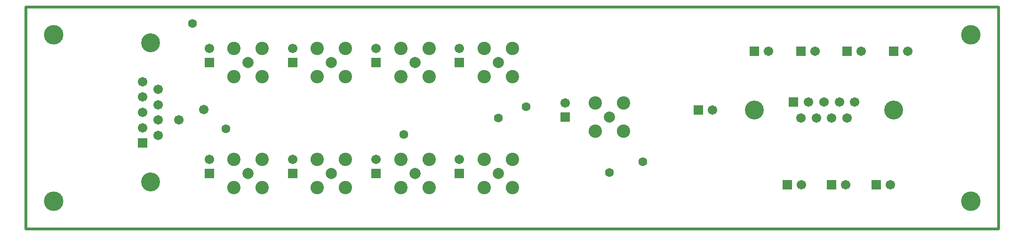
<source format=gts>
G04*
G04 #@! TF.GenerationSoftware,Altium Limited,Altium Designer,21.7.1 (17)*
G04*
G04 Layer_Color=8388736*
%FSLAX25Y25*%
%MOIN*%
G70*
G04*
G04 #@! TF.SameCoordinates,5A6BF6B2-75EA-49F6-9102-A494C9BE1907*
G04*
G04*
G04 #@! TF.FilePolarity,Negative*
G04*
G01*
G75*
%ADD11C,0.01968*%
%ADD15R,0.06706X0.06706*%
%ADD16C,0.06706*%
%ADD17C,0.13398*%
%ADD18R,0.06706X0.06706*%
%ADD19C,0.13800*%
%ADD20C,0.07887*%
%ADD21C,0.09461*%
%ADD22C,0.06312*%
D11*
X0Y-157480D02*
X688976Y-157480D01*
X0Y0D02*
X688976Y0D01*
X0Y-157480D02*
Y0D01*
X688976D02*
X688976Y-157480D01*
D15*
X539370Y-125984D02*
D03*
X602362D02*
D03*
X570866D02*
D03*
X614606Y-31496D02*
D03*
X581771D02*
D03*
X549055D02*
D03*
X516220D02*
D03*
X476378Y-73149D02*
D03*
X543602Y-67559D02*
D03*
D16*
X549370Y-125984D02*
D03*
X612362D02*
D03*
X580866D02*
D03*
X624606Y-31496D02*
D03*
X591771D02*
D03*
X559055D02*
D03*
X526220D02*
D03*
X486378Y-73149D02*
D03*
X554508Y-67559D02*
D03*
X565413D02*
D03*
X576319D02*
D03*
X587224D02*
D03*
X549055Y-78740D02*
D03*
X559960D02*
D03*
X570866D02*
D03*
X581771D02*
D03*
X82677Y-85708D02*
D03*
Y-74803D02*
D03*
Y-63897D02*
D03*
Y-52992D02*
D03*
X93858Y-91161D02*
D03*
Y-80256D02*
D03*
Y-69350D02*
D03*
Y-58445D02*
D03*
X307087Y-108110D02*
D03*
X248031D02*
D03*
X248031Y-29370D02*
D03*
X307087D02*
D03*
X129921Y-108110D02*
D03*
X188976D02*
D03*
X381945Y-68178D02*
D03*
X129921Y-29370D02*
D03*
X188976D02*
D03*
X125984Y-72835D02*
D03*
X108520Y-80256D02*
D03*
D17*
X516220Y-73149D02*
D03*
X614606D02*
D03*
X88267Y-123996D02*
D03*
Y-25610D02*
D03*
D18*
X82677Y-96614D02*
D03*
X307087Y-118110D02*
D03*
X248031D02*
D03*
X248031Y-39370D02*
D03*
X307087D02*
D03*
X129921Y-118110D02*
D03*
X188976D02*
D03*
X381945Y-78178D02*
D03*
X129921Y-39370D02*
D03*
X188976D02*
D03*
D19*
X669291Y-137795D02*
D03*
Y-19685D02*
D03*
X19685Y-137795D02*
D03*
Y-19685D02*
D03*
D20*
X216535Y-39370D02*
D03*
X413441Y-78178D02*
D03*
X275590Y-39370D02*
D03*
X334646D02*
D03*
X157480Y-118110D02*
D03*
X216535D02*
D03*
X275590D02*
D03*
X334646D02*
D03*
X157480Y-39370D02*
D03*
D21*
X206535Y-29370D02*
D03*
X226535D02*
D03*
Y-49370D02*
D03*
X206535D02*
D03*
X403441Y-68178D02*
D03*
X423441D02*
D03*
Y-88178D02*
D03*
X403441D02*
D03*
X265591Y-29370D02*
D03*
X285591D02*
D03*
Y-49370D02*
D03*
X265591D02*
D03*
X324646Y-29370D02*
D03*
X344646D02*
D03*
Y-49370D02*
D03*
X324646D02*
D03*
X147480Y-108110D02*
D03*
X167480D02*
D03*
Y-128110D02*
D03*
X147480D02*
D03*
X206535Y-108110D02*
D03*
X226535D02*
D03*
Y-128110D02*
D03*
X206535D02*
D03*
X265591Y-108110D02*
D03*
X285591D02*
D03*
Y-128110D02*
D03*
X265591D02*
D03*
X324646Y-108110D02*
D03*
X344646D02*
D03*
Y-128110D02*
D03*
X324646D02*
D03*
X147480Y-29370D02*
D03*
X167480D02*
D03*
Y-49370D02*
D03*
X147480D02*
D03*
D22*
X437063Y-109674D02*
D03*
X118110Y-11811D02*
D03*
X141732Y-86614D02*
D03*
X267717Y-90551D02*
D03*
X354331Y-70866D02*
D03*
X413441Y-117548D02*
D03*
X334646Y-78740D02*
D03*
M02*

</source>
